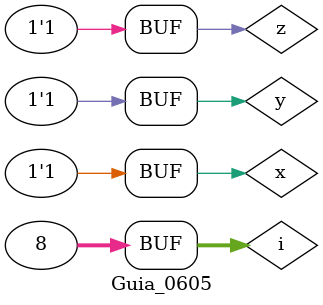
<source format=v>

module g0605 (
  output s1,
  output s2,
  input  x, y, z
);

  assign s1 = ( ( ~(~x | ~y) & ~(x & y) ) | ~( (y & z) | ~x ) );
  assign s2 = (x & ~z) | (x & ~y);

endmodule

module f0605 (
  output s, 
  input  x, 
  input  y,
  input  z
); 
  wire not_y; 
  wire not_z; 
  wire s1, s2;

  not NOT1 (not_y, y);
  not NOT2 (not_z, z);
  and AND1 (s1, x, not_z);
  and AND2 (s2, x, not_y);
  or  OR   (s, s1, s2);

endmodule

module Guia_0605; 
  reg   x = 0, y = 0, z = 0; 
  wire  s1, s2, s3; 
  integer i = 0; 

  g0605 EXP (s1, s2, x, y, z); 
  f0605 CIR (s3, x, y, z);

  initial begin: start 
    x = 1'bx; y = 1'bx; z = 1'bx;
  end

  initial begin: main  
    $display("Guia_0605 - Teste ");  
        
    $display("\nExpressao:");
    $display(" x  y  z = s1"); 
    $monitor("%2b %2b %2b = %2b", x, y, z, s1 ); 
    for (i = 0; i < 8; i = i + 1) begin
      { x, y, z } = i;
      #1;
    end

    $display("\nExpressao simplificada:");
    $display(" x  y  z = s2"); 
    $monitor("%2b %2b %2b = %2b", x, y, z, s2 ); 
    for (i = 0; i < 8; i = i + 1) begin
      { x, y, z } = i;
      #1;
    end

    $display("\nExpressao simplificada feita com Circuito:");
    $display(" x  y  z = s3"); 
    $monitor("%2b %2b %2b = %2b", x, y, z, s3 ); 
    for (i = 0; i < 8; i = i + 1) begin
      { x, y, z } = i;
      #1;
    end

  end

endmodule

</source>
